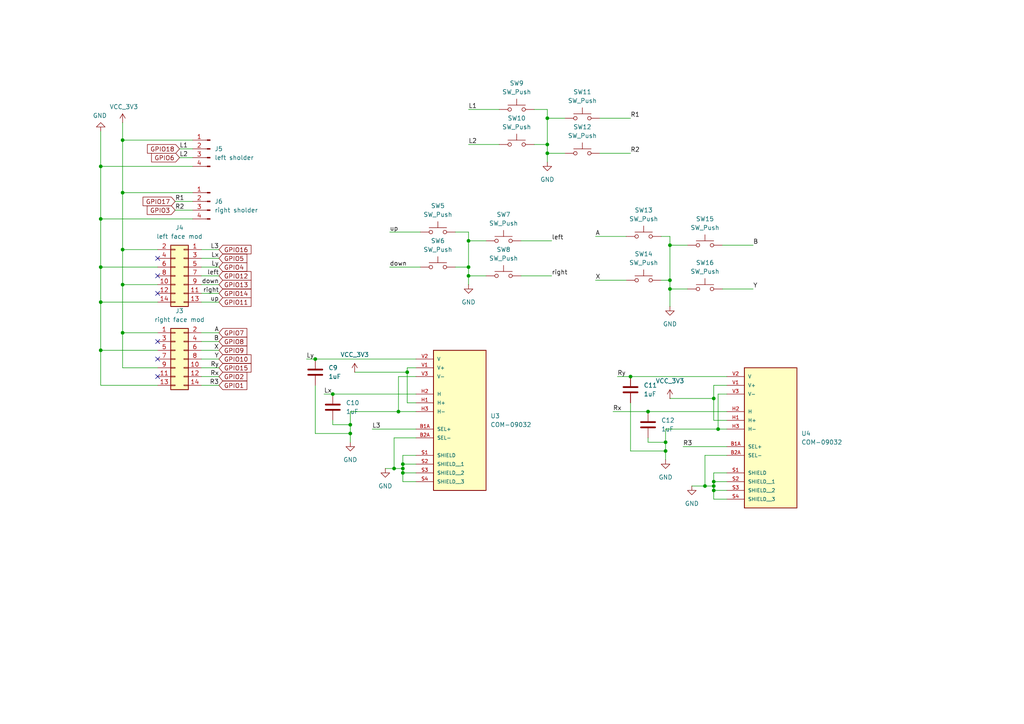
<source format=kicad_sch>
(kicad_sch (version 20250114) (generator "eeschema") (generator_version "9.0")
  (paper "A4")
  (lib_symbols
    (symbol "COM-09032:Joystick-09032" (pin_names (offset 1.016))
      (property "Reference" "U" (at -7.62 16.002 0))
      (property "Value" "COM-09032" (at -7.62 -27.94 0))
      (symbol "Joystick-09032_0_0"
        (rectangle (start -7.62 -25.4) (end 7.62 15.24) (stroke (width 0.254)) (fill (type background)))
        (pin passive line (at -12.7 12.7 0) (length 5.08) (name "V") (number "V2"))
        (pin passive line (at -12.7 10.16 0) (length 5.08) (name "V+") (number "V1"))
        (pin passive line (at -12.7 7.62 0) (length 5.08) (name "V-") (number "V3"))
        (pin passive line (at -12.7 2.54 0) (length 5.08) (name "H") (number "H2"))
        (pin passive line (at -12.7 0 0) (length 5.08) (name "H+") (number "H1"))
        (pin passive line (at -12.7 -2.54 0) (length 5.08) (name "H-") (number "H3"))
        (pin passive line (at -12.7 -7.62 0) (length 5.08) (name "SEL+") (number "B1A"))
        (pin passive line (at -12.7 -10.16 0) (length 5.08) (name "SEL-") (number "B2A"))
        (pin passive line (at -12.7 -15.24 0) (length 5.08) (name "SHIELD") (number "S1"))
        (pin passive line (at -12.7 -17.78 0) (length 5.08) (name "SHIELD__1") (number "S2"))
        (pin passive line (at -12.7 -20.32 0) (length 5.08) (name "SHIELD__2") (number "S3"))
        (pin passive line (at -12.7 -22.86 0) (length 5.08) (name "SHIELD__3") (number "S4"))
      )
    )
    (symbol "Connector:Conn_01x04_Pin" (pin_names (offset 1.016) (hide yes))
      (property "Reference" "J" (at 0 5.08 0))
      (property "Value" "Conn_01x04_Pin" (at 0 -7.62 0))
      (symbol "Conn_01x04_Pin_1_1"
        (rectangle (start 0.8636 2.667) (end 0 2.413) (stroke (width 0.1524)) (fill (type outline)))
        (rectangle (start 0.8636 0.127) (end 0 -0.127) (stroke (width 0.1524)) (fill (type outline)))
        (rectangle (start 0.8636 -2.413) (end 0 -2.667) (stroke (width 0.1524)) (fill (type outline)))
        (rectangle (start 0.8636 -4.953) (end 0 -5.207) (stroke (width 0.1524)) (fill (type outline)))
        (polyline (pts (xy 1.27 2.54) (xy 0.8636 2.54)) (stroke (width 0.1524)))
        (polyline (pts (xy 1.27 0) (xy 0.8636 0)) (stroke (width 0.1524)))
        (polyline (pts (xy 1.27 -2.54) (xy 0.8636 -2.54)) (stroke (width 0.1524)))
        (polyline (pts (xy 1.27 -5.08) (xy 0.8636 -5.08)) (stroke (width 0.1524)))
        (pin passive line (at 5.08 2.54 180) (length 3.81) (name "Pin_1") (number "1"))
        (pin passive line (at 5.08 0 180) (length 3.81) (name "Pin_2") (number "2"))
        (pin passive line (at 5.08 -2.54 180) (length 3.81) (name "Pin_3") (number "3"))
        (pin passive line (at 5.08 -5.08 180) (length 3.81) (name "Pin_4") (number "4"))
      )
    )
    (symbol "Connector_Generic:Conn_02x07_Odd_Even" (pin_names (offset 1.016) (hide yes))
      (property "Reference" "J" (at 1.27 10.16 0))
      (property "Value" "Conn_02x07_Odd_Even" (at 1.27 -10.16 0))
      (symbol "Conn_02x07_Odd_Even_1_1"
        (rectangle (start -1.27 8.89) (end 3.81 -8.89) (stroke (width 0.254)) (fill (type background)))
        (rectangle (start -1.27 7.747) (end 0 7.493) (stroke (width 0.1524)))
        (rectangle (start -1.27 5.207) (end 0 4.953) (stroke (width 0.1524)))
        (rectangle (start -1.27 2.667) (end 0 2.413) (stroke (width 0.1524)))
        (rectangle (start -1.27 0.127) (end 0 -0.127) (stroke (width 0.1524)))
        (rectangle (start -1.27 -2.413) (end 0 -2.667) (stroke (width 0.1524)))
        (rectangle (start -1.27 -4.953) (end 0 -5.207) (stroke (width 0.1524)))
        (rectangle (start -1.27 -7.493) (end 0 -7.747) (stroke (width 0.1524)))
        (rectangle (start 3.81 7.747) (end 2.54 7.493) (stroke (width 0.1524)))
        (rectangle (start 3.81 5.207) (end 2.54 4.953) (stroke (width 0.1524)))
        (rectangle (start 3.81 2.667) (end 2.54 2.413) (stroke (width 0.1524)))
        (rectangle (start 3.81 0.127) (end 2.54 -0.127) (stroke (width 0.1524)))
        (rectangle (start 3.81 -2.413) (end 2.54 -2.667) (stroke (width 0.1524)))
        (rectangle (start 3.81 -4.953) (end 2.54 -5.207) (stroke (width 0.1524)))
        (rectangle (start 3.81 -7.493) (end 2.54 -7.747) (stroke (width 0.1524)))
        (pin passive line (at -5.08 7.62 0) (length 3.81) (name "Pin_1") (number "1"))
        (pin passive line (at -5.08 5.08 0) (length 3.81) (name "Pin_3") (number "3"))
        (pin passive line (at -5.08 2.54 0) (length 3.81) (name "Pin_5") (number "5"))
        (pin passive line (at -5.08 0 0) (length 3.81) (name "Pin_7") (number "7"))
        (pin passive line (at -5.08 -2.54 0) (length 3.81) (name "Pin_9") (number "9"))
        (pin passive line (at -5.08 -5.08 0) (length 3.81) (name "Pin_11") (number "11"))
        (pin passive line (at -5.08 -7.62 0) (length 3.81) (name "Pin_13") (number "13"))
        (pin passive line (at 7.62 7.62 180) (length 3.81) (name "Pin_2") (number "2"))
        (pin passive line (at 7.62 5.08 180) (length 3.81) (name "Pin_4") (number "4"))
        (pin passive line (at 7.62 2.54 180) (length 3.81) (name "Pin_6") (number "6"))
        (pin passive line (at 7.62 0 180) (length 3.81) (name "Pin_8") (number "8"))
        (pin passive line (at 7.62 -2.54 180) (length 3.81) (name "Pin_10") (number "10"))
        (pin passive line (at 7.62 -5.08 180) (length 3.81) (name "Pin_12") (number "12"))
        (pin passive line (at 7.62 -7.62 180) (length 3.81) (name "Pin_14") (number "14"))
      )
    )
    (symbol "Device:C" (pin_numbers (hide yes)) (pin_names (offset 0.254))
      (property "Reference" "C" (at 0.635 2.54 0))
      (property "Value" "C" (at 0.635 -2.54 0))
      (symbol "C_0_1"
        (polyline (pts (xy -2.032 0.762) (xy 2.032 0.762)) (stroke (width 0.508)))
        (polyline (pts (xy -2.032 -0.762) (xy 2.032 -0.762)) (stroke (width 0.508)))
      )
      (symbol "C_1_1"
        (pin passive line (at 0 3.81 270) (length 2.794) (name "~") (number "1"))
        (pin passive line (at 0 -3.81 90) (length 2.794) (name "~") (number "2"))
      )
    )
    (symbol "Switch:SW_Push" (pin_numbers (hide yes)) (pin_names (offset 1.016) (hide yes))
      (property "Reference" "SW" (at 1.27 2.54 0))
      (property "Value" "SW_Push" (at 0 -1.524 0))
      (symbol "SW_Push_0_1"
        (circle (center -2.032 0) (radius 0.508))
        (polyline (pts (xy 0 1.27) (xy 0 3.048)))
        (circle (center 2.032 0) (radius 0.508))
        (polyline (pts (xy 2.54 1.27) (xy -2.54 1.27)))
        (pin passive line (at -5.08 0 0) (length 2.54) (name "1") (number "1"))
        (pin passive line (at 5.08 0 180) (length 2.54) (name "2") (number "2"))
      )
    )
    (symbol "power:+3.3V" (power) (pin_numbers (hide yes)) (pin_names (offset 0) (hide yes))
      (property "Value" "+3.3V" (at 0 3.556 0))
      (symbol "+3.3V_0_1"
        (polyline (pts (xy -0.762 1.27) (xy 0 2.54)))
        (polyline (pts (xy 0 2.54) (xy 0.762 1.27)))
        (polyline (pts (xy 0 0) (xy 0 2.54)))
      )
      (symbol "+3.3V_1_1"
        (pin power_in line (at 0 0 90) (length 0) (name "~") (number "1"))
      )
    )
    (symbol "power:+3V3" (power) (pin_numbers (hide yes)) (pin_names (offset 0) (hide yes))
      (property "Value" "+3V3" (at 0 3.556 0))
      (symbol "+3V3_0_1"
        (polyline (pts (xy -0.762 1.27) (xy 0 2.54)))
        (polyline (pts (xy 0 2.54) (xy 0.762 1.27)))
        (polyline (pts (xy 0 0) (xy 0 2.54)))
      )
      (symbol "+3V3_1_1"
        (pin power_in line (at 0 0 90) (length 0) (name "~") (number "1"))
      )
    )
    (symbol "power:GND" (power) (pin_numbers (hide yes)) (pin_names (offset 0) (hide yes))
      (property "Value" "GND" (at 0 -3.81 0))
      (symbol "GND_0_1"
        (polyline (pts (xy 0 0) (xy 0 -1.27) (xy 1.27 -1.27) (xy 0 -2.54) (xy -1.27 -1.27) (xy 0 -1.27)))
      )
      (symbol "GND_1_1"
        (pin power_in line (at 0 0 270) (length 0) (name "~") (number "1"))
      )
    )
  )
  (junction (at 35.56 55.88))
  (junction (at 29.21 87.63))
  (junction (at 29.21 63.5))
  (junction (at 158.75 41.91))
  (junction (at 158.75 34.29))
  (junction (at 207.01 142.24))
  (junction (at 182.88 109.22))
  (junction (at 29.21 101.6))
  (junction (at 35.56 72.39))
  (junction (at 194.31 83.82))
  (junction (at 35.56 40.64))
  (junction (at 187.96 119.38))
  (junction (at 135.89 69.85))
  (junction (at 29.21 77.47))
  (junction (at 35.56 82.55))
  (junction (at 118.11 107.95))
  (junction (at 35.56 96.52))
  (junction (at 91.44 104.14))
  (junction (at 208.28 124.46))
  (junction (at 116.84 137.16))
  (junction (at 207.01 115.57))
  (junction (at 101.6 125.73))
  (junction (at 158.75 44.45))
  (junction (at 204.47 140.97))
  (junction (at 194.31 81.28))
  (junction (at 135.89 80.01))
  (junction (at 193.04 130.81))
  (junction (at 207.01 140.97))
  (junction (at 135.89 77.47))
  (junction (at 193.04 128.27))
  (junction (at 29.21 48.26))
  (junction (at 194.31 71.12))
  (junction (at 116.84 134.62))
  (junction (at 114.3 135.89))
  (junction (at 101.6 123.19))
  (junction (at 116.84 135.89))
  (junction (at 115.57 119.38))
  (junction (at 207.01 139.7))
  (junction (at 96.52 114.3))
  (no_connect (at 45.72 109.22))
  (no_connect (at 45.72 99.06))
  (no_connect (at 45.72 74.93))
  (no_connect (at 45.72 104.14))
  (no_connect (at 45.72 85.09))
  (no_connect (at 45.72 80.01))
  (wire (pts (xy 120.65 116.84) (xy 118.11 116.84)))
  (wire (pts (xy 177.8 119.38) (xy 187.96 119.38)))
  (wire (pts (xy 135.89 31.75) (xy 144.78 31.75)))
  (wire (pts (xy 91.44 125.73) (xy 101.6 125.73)))
  (wire (pts (xy 194.31 83.82) (xy 194.31 88.9)))
  (wire (pts (xy 194.31 68.58) (xy 194.31 71.12)))
  (wire (pts (xy 193.04 130.81) (xy 193.04 133.35)))
  (wire (pts (xy 58.42 77.47) (xy 63.5 77.47)))
  (wire (pts (xy 151.13 69.85) (xy 160.02 69.85)))
  (wire (pts (xy 91.44 104.14) (xy 120.65 104.14)))
  (wire (pts (xy 58.42 80.01) (xy 63.5 80.01)))
  (wire (pts (xy 210.82 132.08) (xy 204.47 132.08)))
  (wire (pts (xy 194.31 81.28) (xy 194.31 83.82)))
  (wire (pts (xy 55.88 48.26) (xy 29.21 48.26)))
  (wire (pts (xy 135.89 67.31) (xy 135.89 69.85)))
  (wire (pts (xy 135.89 41.91) (xy 144.78 41.91)))
  (wire (pts (xy 114.3 127) (xy 114.3 135.89)))
  (wire (pts (xy 210.82 137.16) (xy 207.01 137.16)))
  (wire (pts (xy 158.75 31.75) (xy 158.75 34.29)))
  (wire (pts (xy 207.01 137.16) (xy 207.01 139.7)))
  (wire (pts (xy 193.04 124.46) (xy 208.28 124.46)))
  (wire (pts (xy 194.31 115.57) (xy 207.01 115.57)))
  (wire (pts (xy 88.9 104.14) (xy 91.44 104.14)))
  (wire (pts (xy 200.66 140.97) (xy 204.47 140.97)))
  (wire (pts (xy 58.42 87.63) (xy 63.5 87.63)))
  (wire (pts (xy 135.89 80.01) (xy 140.97 80.01)))
  (wire (pts (xy 207.01 144.78) (xy 210.82 144.78)))
  (wire (pts (xy 187.96 128.27) (xy 187.96 127)))
  (wire (pts (xy 120.65 132.08) (xy 116.84 132.08)))
  (wire (pts (xy 45.72 72.39) (xy 35.56 72.39)))
  (wire (pts (xy 45.72 96.52) (xy 35.56 96.52)))
  (wire (pts (xy 182.88 130.81) (xy 193.04 130.81)))
  (wire (pts (xy 154.94 31.75) (xy 158.75 31.75)))
  (wire (pts (xy 29.21 38.1) (xy 29.21 48.26)))
  (wire (pts (xy 29.21 48.26) (xy 29.21 63.5)))
  (wire (pts (xy 29.21 111.76) (xy 45.72 111.76)))
  (wire (pts (xy 132.08 67.31) (xy 135.89 67.31)))
  (wire (pts (xy 96.52 114.3) (xy 120.65 114.3)))
  (wire (pts (xy 115.57 109.22) (xy 115.57 119.38)))
  (wire (pts (xy 208.28 114.3) (xy 208.28 124.46)))
  (wire (pts (xy 107.95 124.46) (xy 120.65 124.46)))
  (wire (pts (xy 140.97 69.85) (xy 135.89 69.85)))
  (wire (pts (xy 210.82 121.92) (xy 207.01 121.92)))
  (wire (pts (xy 116.84 135.89) (xy 116.84 137.16)))
  (wire (pts (xy 172.72 68.58) (xy 181.61 68.58)))
  (wire (pts (xy 91.44 111.76) (xy 91.44 125.73)))
  (wire (pts (xy 93.98 114.3) (xy 96.52 114.3)))
  (wire (pts (xy 158.75 34.29) (xy 163.83 34.29)))
  (wire (pts (xy 35.56 72.39) (xy 35.56 82.55)))
  (wire (pts (xy 29.21 63.5) (xy 29.21 77.47)))
  (wire (pts (xy 194.31 83.82) (xy 199.39 83.82)))
  (wire (pts (xy 194.31 81.28) (xy 191.77 81.28)))
  (wire (pts (xy 102.87 107.95) (xy 118.11 107.95)))
  (wire (pts (xy 209.55 83.82) (xy 218.44 83.82)))
  (wire (pts (xy 29.21 87.63) (xy 29.21 101.6)))
  (wire (pts (xy 58.42 82.55) (xy 63.5 82.55)))
  (wire (pts (xy 207.01 142.24) (xy 210.82 142.24)))
  (wire (pts (xy 132.08 77.47) (xy 135.89 77.47)))
  (wire (pts (xy 207.01 115.57) (xy 207.01 111.76)))
  (wire (pts (xy 50.8 58.42) (xy 55.88 58.42)))
  (wire (pts (xy 116.84 132.08) (xy 116.84 134.62)))
  (wire (pts (xy 58.42 106.68) (xy 63.5 106.68)))
  (wire (pts (xy 115.57 119.38) (xy 120.65 119.38)))
  (wire (pts (xy 154.94 41.91) (xy 158.75 41.91)))
  (wire (pts (xy 194.31 71.12) (xy 194.31 81.28)))
  (wire (pts (xy 45.72 101.6) (xy 29.21 101.6)))
  (wire (pts (xy 207.01 139.7) (xy 207.01 140.97)))
  (wire (pts (xy 35.56 96.52) (xy 35.56 82.55)))
  (wire (pts (xy 204.47 132.08) (xy 204.47 140.97)))
  (wire (pts (xy 45.72 82.55) (xy 35.56 82.55)))
  (wire (pts (xy 55.88 55.88) (xy 35.56 55.88)))
  (wire (pts (xy 101.6 125.73) (xy 101.6 128.27)))
  (wire (pts (xy 101.6 123.19) (xy 101.6 125.73)))
  (wire (pts (xy 193.04 124.46) (xy 193.04 128.27)))
  (wire (pts (xy 58.42 101.6) (xy 63.5 101.6)))
  (wire (pts (xy 158.75 44.45) (xy 163.83 44.45)))
  (wire (pts (xy 118.11 107.95) (xy 118.11 106.68)))
  (wire (pts (xy 29.21 77.47) (xy 29.21 87.63)))
  (wire (pts (xy 207.01 139.7) (xy 210.82 139.7)))
  (wire (pts (xy 118.11 116.84) (xy 118.11 107.95)))
  (wire (pts (xy 193.04 128.27) (xy 193.04 130.81)))
  (wire (pts (xy 207.01 121.92) (xy 207.01 115.57)))
  (wire (pts (xy 101.6 119.38) (xy 101.6 123.19)))
  (wire (pts (xy 182.88 109.22) (xy 210.82 109.22)))
  (wire (pts (xy 158.75 44.45) (xy 158.75 46.99)))
  (wire (pts (xy 58.42 85.09) (xy 63.5 85.09)))
  (wire (pts (xy 120.65 109.22) (xy 115.57 109.22)))
  (wire (pts (xy 158.75 34.29) (xy 158.75 41.91)))
  (wire (pts (xy 58.42 74.93) (xy 63.5 74.93)))
  (wire (pts (xy 58.42 72.39) (xy 63.5 72.39)))
  (wire (pts (xy 116.84 134.62) (xy 120.65 134.62)))
  (wire (pts (xy 204.47 140.97) (xy 207.01 140.97)))
  (wire (pts (xy 113.03 77.47) (xy 121.92 77.47)))
  (wire (pts (xy 209.55 71.12) (xy 218.44 71.12)))
  (wire (pts (xy 35.56 55.88) (xy 35.56 72.39)))
  (wire (pts (xy 198.12 129.54) (xy 210.82 129.54)))
  (wire (pts (xy 58.42 104.14) (xy 63.5 104.14)))
  (wire (pts (xy 116.84 134.62) (xy 116.84 135.89)))
  (wire (pts (xy 207.01 111.76) (xy 210.82 111.76)))
  (wire (pts (xy 173.99 34.29) (xy 182.88 34.29)))
  (wire (pts (xy 182.88 116.84) (xy 182.88 130.81)))
  (wire (pts (xy 45.72 77.47) (xy 29.21 77.47)))
  (wire (pts (xy 50.8 60.96) (xy 55.88 60.96)))
  (wire (pts (xy 207.01 142.24) (xy 207.01 144.78)))
  (wire (pts (xy 55.88 63.5) (xy 29.21 63.5)))
  (wire (pts (xy 58.42 96.52) (xy 63.5 96.52)))
  (wire (pts (xy 29.21 101.6) (xy 29.21 111.76)))
  (wire (pts (xy 116.84 139.7) (xy 120.65 139.7)))
  (wire (pts (xy 45.72 87.63) (xy 29.21 87.63)))
  (wire (pts (xy 58.42 99.06) (xy 63.5 99.06)))
  (wire (pts (xy 210.82 114.3) (xy 208.28 114.3)))
  (wire (pts (xy 58.42 109.22) (xy 63.5 109.22)))
  (wire (pts (xy 116.84 137.16) (xy 116.84 139.7)))
  (wire (pts (xy 55.88 45.72) (xy 52.07 45.72)))
  (wire (pts (xy 96.52 123.19) (xy 96.52 121.92)))
  (wire (pts (xy 135.89 80.01) (xy 135.89 82.55)))
  (wire (pts (xy 52.07 43.18) (xy 55.88 43.18)))
  (wire (pts (xy 172.72 81.28) (xy 181.61 81.28)))
  (wire (pts (xy 179.07 109.22) (xy 182.88 109.22)))
  (wire (pts (xy 35.56 40.64) (xy 35.56 55.88)))
  (wire (pts (xy 45.72 106.68) (xy 35.56 106.68)))
  (wire (pts (xy 187.96 128.27) (xy 193.04 128.27)))
  (wire (pts (xy 35.56 35.56) (xy 35.56 40.64)))
  (wire (pts (xy 114.3 135.89) (xy 116.84 135.89)))
  (wire (pts (xy 135.89 77.47) (xy 135.89 80.01)))
  (wire (pts (xy 118.11 106.68) (xy 120.65 106.68)))
  (wire (pts (xy 113.03 67.31) (xy 121.92 67.31)))
  (wire (pts (xy 35.56 40.64) (xy 55.88 40.64)))
  (wire (pts (xy 191.77 68.58) (xy 194.31 68.58)))
  (wire (pts (xy 207.01 140.97) (xy 207.01 142.24)))
  (wire (pts (xy 120.65 127) (xy 114.3 127)))
  (wire (pts (xy 158.75 41.91) (xy 158.75 44.45)))
  (wire (pts (xy 96.52 123.19) (xy 101.6 123.19)))
  (wire (pts (xy 187.96 119.38) (xy 210.82 119.38)))
  (wire (pts (xy 111.76 135.89) (xy 114.3 135.89)))
  (wire (pts (xy 58.42 111.76) (xy 63.5 111.76)))
  (wire (pts (xy 151.13 80.01) (xy 160.02 80.01)))
  (wire (pts (xy 135.89 69.85) (xy 135.89 77.47)))
  (wire (pts (xy 194.31 71.12) (xy 199.39 71.12)))
  (wire (pts (xy 208.28 124.46) (xy 210.82 124.46)))
  (wire (pts (xy 35.56 106.68) (xy 35.56 96.52)))
  (wire (pts (xy 173.99 44.45) (xy 182.88 44.45)))
  (wire (pts (xy 101.6 119.38) (xy 115.57 119.38)))
  (wire (pts (xy 116.84 137.16) (xy 120.65 137.16)))
  (label "up" (at 63.5 87.63 180))
  (label "Ry" (at 63.5 106.68 180))
  (label "B" (at 218.44 71.12 0))
  (label "L3" (at 107.95 124.46 0))
  (label "B" (at 63.5 99.06 180))
  (label "Ry" (at 179.07 109.22 0))
  (label "right" (at 63.5 85.09 180))
  (label "Y" (at 218.44 83.82 0))
  (label "L1" (at 135.89 31.75 0))
  (label "R3" (at 63.5 111.76 180))
  (label "A" (at 172.72 68.58 0))
  (label "Rx" (at 177.8 119.38 0))
  (label "A" (at 63.5 96.52 180))
  (label "R1" (at 182.88 34.29 0))
  (label "L1" (at 52.07 43.18 0))
  (label "Lx" (at 93.98 114.3 0))
  (label "L3" (at 63.5 72.39 180))
  (label "Lx" (at 63.5 74.93 180))
  (label "R1" (at 50.8 58.42 0))
  (label "left" (at 63.5 80.01 180))
  (label "L2" (at 52.07 45.72 0))
  (label "Rx" (at 63.5 109.22 180))
  (label "down" (at 63.5 82.55 180))
  (label "L2" (at 135.89 41.91 0))
  (label "Y" (at 63.5 104.14 180))
  (label "R2" (at 50.8 60.96 0))
  (label "R2" (at 182.88 44.45 0))
  (label "R3" (at 198.12 129.54 0))
  (label "up" (at 113.03 67.31 0))
  (label "down" (at 113.03 77.47 0))
  (label "Ly" (at 88.9 104.14 0))
  (label "Ly" (at 63.5 77.47 180))
  (label "right" (at 160.02 80.01 0))
  (label "X" (at 63.5 101.6 180))
  (label "left" (at 160.02 69.85 0))
  (label "X" (at 172.72 81.28 0))
  (global_label "GPIO14" (shape input) (at 63.5 85.09 0) (property "Intersheetrefs" "${INTERSHEET_REFS}" (effects (hide yes))))
  (global_label "GPIO15" (shape input) (at 63.5 106.68 0) (property "Intersheetrefs" "${INTERSHEET_REFS}" (effects (hide yes))))
  (global_label "GPIO4" (shape input) (at 63.5 77.47 0) (property "Intersheetrefs" "${INTERSHEET_REFS}" (effects (hide yes))))
  (global_label "GPIO1" (shape input) (at 63.5 111.76 0) (property "Intersheetrefs" "${INTERSHEET_REFS}" (effects (hide yes))))
  (global_label "GPIO2" (shape input) (at 63.5 109.22 0) (property "Intersheetrefs" "${INTERSHEET_REFS}" (effects (hide yes))))
  (global_label "GPIO3" (shape input) (at 50.8 60.96 180) (property "Intersheetrefs" "${INTERSHEET_REFS}" (effects (hide yes))))
  (global_label "GPIO17" (shape input) (at 50.8 58.42 180) (property "Intersheetrefs" "${INTERSHEET_REFS}" (effects (hide yes))))
  (global_label "GPIO7" (shape input) (at 63.5 96.52 0) (property "Intersheetrefs" "${INTERSHEET_REFS}" (effects (hide yes))))
  (global_label "GPIO18" (shape input) (at 52.07 43.18 180) (property "Intersheetrefs" "${INTERSHEET_REFS}" (effects (hide yes))))
  (global_label "GPIO11" (shape input) (at 63.5 87.63 0) (property "Intersheetrefs" "${INTERSHEET_REFS}" (effects (hide yes))))
  (global_label "GPIO6" (shape input) (at 52.07 45.72 180) (property "Intersheetrefs" "${INTERSHEET_REFS}" (effects (hide yes))))
  (global_label "GPIO16" (shape input) (at 63.5 72.39 0) (property "Intersheetrefs" "${INTERSHEET_REFS}" (effects (hide yes))))
  (global_label "GPIO9" (shape input) (at 63.5 101.6 0) (property "Intersheetrefs" "${INTERSHEET_REFS}" (effects (hide yes))))
  (global_label "GPIO10" (shape input) (at 63.5 104.14 0) (property "Intersheetrefs" "${INTERSHEET_REFS}" (effects (hide yes))))
  (global_label "GPIO5" (shape input) (at 63.5 74.93 0) (property "Intersheetrefs" "${INTERSHEET_REFS}" (effects (hide yes))))
  (global_label "GPIO13" (shape input) (at 63.5 82.55 0) (property "Intersheetrefs" "${INTERSHEET_REFS}" (effects (hide yes))))
  (global_label "GPIO12" (shape input) (at 63.5 80.01 0) (property "Intersheetrefs" "${INTERSHEET_REFS}" (effects (hide yes))))
  (global_label "GPIO8" (shape input) (at 63.5 99.06 0) (property "Intersheetrefs" "${INTERSHEET_REFS}" (effects (hide yes))))
  (symbol (lib_id "Switch:SW_Push") (at 186.69 68.58 0) (unit 1)
    (property "Reference" "SW13" (at 186.69 60.96 0))
    (property "Value" "SW_Push" (at 186.69 63.5 0))
    (property "Footprint" "Button_Switch_THT:SW_PUSH_6mm" (effects (hide yes)))
    (property "Description" "Push button switch, generic, two pins" (effects (hide yes)))
  )
  (symbol (lib_id "Switch:SW_Push") (at 127 77.47 0) (unit 1)
    (property "Reference" "SW6" (at 127 69.85 0))
    (property "Value" "SW_Push" (at 127 72.39 0))
    (property "Footprint" "Button_Switch_THT:SW_PUSH_6mm" (effects (hide yes)))
    (property "Description" "Push button switch, generic, two pins" (effects (hide yes)))
  )
  (symbol (lib_id "power:GND") (at 200.66 140.97 0) (unit 1)
    (property "Reference" "#PWR034" (effects (hide yes)))
    (property "Value" "GND" (at 200.66 146.05 0))
    (property "Description" "Power symbol creates a global label with name \"GND\" , ground" (effects (hide yes)))
  )
  (symbol (lib_id "power:GND") (at 194.31 88.9 0) (unit 1)
    (property "Reference" "#PWR032" (effects (hide yes)))
    (property "Value" "GND" (at 194.31 93.98 0))
    (property "Description" "Power symbol creates a global label with name \"GND\" , ground" (effects (hide yes)))
  )
  (symbol (lib_id "Switch:SW_Push") (at 186.69 81.28 0) (unit 1)
    (property "Reference" "SW14" (at 186.69 73.66 0))
    (property "Value" "SW_Push" (at 186.69 76.2 0))
    (property "Footprint" "Button_Switch_THT:SW_PUSH_6mm" (effects (hide yes)))
    (property "Description" "Push button switch, generic, two pins" (effects (hide yes)))
  )
  (symbol (lib_id "power:GND") (at 135.89 82.55 0) (unit 1)
    (property "Reference" "#PWR029" (effects (hide yes)))
    (property "Value" "GND" (at 135.89 87.63 0))
    (property "Description" "Power symbol creates a global label with name \"GND\" , ground" (effects (hide yes)))
  )
  (symbol (lib_id "Switch:SW_Push") (at 168.91 44.45 0) (unit 1)
    (property "Reference" "SW12" (at 168.91 36.83 0))
    (property "Value" "SW_Push" (at 168.91 39.37 0))
    (property "Footprint" "Button_Switch_THT:SW_PUSH_6mm" (effects (hide yes)))
    (property "Description" "Push button switch, generic, two pins" (effects (hide yes)))
  )
  (symbol (lib_id "Switch:SW_Push") (at 204.47 83.82 0) (unit 1)
    (property "Reference" "SW16" (at 204.47 76.2 0))
    (property "Value" "SW_Push" (at 204.47 78.74 0))
    (property "Footprint" "Button_Switch_THT:SW_PUSH_6mm" (effects (hide yes)))
    (property "Description" "Push button switch, generic, two pins" (effects (hide yes)))
  )
  (symbol (lib_id "power:+3.3V") (at 102.87 107.95 0) (unit 1)
    (property "Reference" "#PWR027" (effects (hide yes)))
    (property "Value" "VCC_3V3" (at 102.87 102.87 0))
    (property "Description" "Power symbol creates a global label with name \"+3.3V\"" (effects (hide yes)))
  )
  (symbol (lib_id "power:+3V3") (at 35.56 35.56 0) (unit 1)
    (property "Reference" "#PWR025" (effects (hide yes)))
    (property "Value" "VCC_3V3" (at 31.75 30.988 0) (effects (justify left)))
    (property "Description" "Power symbol creates a global label with name \"+3V3\"" (effects (hide yes)))
  )
  (symbol (lib_id "Switch:SW_Push") (at 149.86 31.75 0) (unit 1)
    (property "Reference" "SW9" (at 149.86 24.13 0))
    (property "Value" "SW_Push" (at 149.86 26.67 0))
    (property "Footprint" "Button_Switch_THT:SW_PUSH_6mm" (effects (hide yes)))
    (property "Description" "Push button switch, generic, two pins" (effects (hide yes)))
  )
  (symbol (lib_id "Switch:SW_Push") (at 127 67.31 0) (unit 1)
    (property "Reference" "SW5" (at 127 59.69 0))
    (property "Value" "SW_Push" (at 127 62.23 0))
    (property "Footprint" "Button_Switch_THT:SW_PUSH_6mm" (effects (hide yes)))
    (property "Description" "Push button switch, generic, two pins" (effects (hide yes)))
  )
  (symbol (lib_id "power:+3.3V") (at 194.31 115.57 0) (unit 1)
    (property "Reference" "#PWR033" (effects (hide yes)))
    (property "Value" "VCC_3V3" (at 194.31 110.49 0))
    (property "Description" "Power symbol creates a global label with name \"+3.3V\"" (effects (hide yes)))
  )
  (symbol (lib_id "Device:C") (at 91.44 107.95 0) (unit 1)
    (property "Reference" "C9" (at 95.25 106.6799 0) (effects (justify left)))
    (property "Value" "1uF" (at 95.25 109.2199 0) (effects (justify left)))
    (property "Footprint" "Capacitor_SMD:C_0603_1608Metric_Pad1.08x0.95mm_HandSolder" (effects (hide yes)))
    (property "Description" "Unpolarized capacitor" (effects (hide yes)))
  )
  (symbol (lib_id "Device:C") (at 96.52 118.11 0) (unit 1)
    (property "Reference" "C10" (at 100.33 116.8399 0) (effects (justify left)))
    (property "Value" "1uF" (at 100.33 119.3799 0) (effects (justify left)))
    (property "Footprint" "Capacitor_SMD:C_0603_1608Metric_Pad1.08x0.95mm_HandSolder" (effects (hide yes)))
    (property "Description" "Unpolarized capacitor" (effects (hide yes)))
  )
  (symbol (lib_id "power:GND") (at 101.6 128.27 0) (unit 1)
    (property "Reference" "#PWR026" (effects (hide yes)))
    (property "Value" "GND" (at 101.6 133.35 0))
    (property "Description" "Power symbol creates a global label with name \"GND\" , ground" (effects (hide yes)))
  )
  (symbol (lib_id "Connector_Generic:Conn_02x07_Odd_Even") (at 50.8 104.14 0) (unit 1) (on_board no)
    (property "Reference" "J3" (at 52.07 90.17 0))
    (property "Value" "right face mod" (at 52.07 92.71 0))
    (property "Footprint" "Connector_PinHeader_1.27mm:PinHeader_2x07_P1.27mm_Vertical" (effects (hide yes)))
    (property "Description" "Generic connector, double row, 02x07, odd/even pin numbering scheme (row 1 odd numbers, row 2 even numbers), script generated (kicad-library-utils/schlib/autogen/connector/)" (effects (hide yes)))
  )
  (symbol (lib_id "Connector:Conn_01x04_Pin") (at 60.96 43.18 0) (mirror y) (unit 1) (on_board no)
    (property "Reference" "J5" (at 62.23 43.1799 0) (effects (justify right)))
    (property "Value" "left sholder" (at 62.23 45.7199 0) (effects (justify right)))
    (property "Footprint" "Connector_PinHeader_1.27mm:PinHeader_1x04_P1.27mm_Vertical" (effects (hide yes)))
    (property "Description" "Generic connector, single row, 01x04, script generated" (effects (hide yes)))
  )
  (symbol (lib_id "Device:C") (at 187.96 123.19 0) (unit 1)
    (property "Reference" "C12" (at 191.77 121.9199 0) (effects (justify left)))
    (property "Value" "1uF" (at 191.77 124.4599 0) (effects (justify left)))
    (property "Footprint" "Capacitor_SMD:C_0603_1608Metric_Pad1.08x0.95mm_HandSolder" (effects (hide yes)))
    (property "Description" "Unpolarized capacitor" (effects (hide yes)))
  )
  (symbol (lib_id "Switch:SW_Push") (at 204.47 71.12 0) (unit 1)
    (property "Reference" "SW15" (at 204.47 63.5 0))
    (property "Value" "SW_Push" (at 204.47 66.04 0))
    (property "Footprint" "Button_Switch_THT:SW_PUSH_6mm" (effects (hide yes)))
    (property "Description" "Push button switch, generic, two pins" (effects (hide yes)))
  )
  (symbol (lib_id "Connector:Conn_01x04_Pin") (at 60.96 58.42 0) (mirror y) (unit 1) (on_board no)
    (property "Reference" "J6" (at 62.23 58.4199 0) (effects (justify right)))
    (property "Value" "right sholder" (at 62.23 60.9599 0) (effects (justify right)))
    (property "Footprint" "Connector_PinHeader_1.27mm:PinHeader_1x04_P1.27mm_Vertical" (effects (hide yes)))
    (property "Description" "Generic connector, single row, 01x04, script generated" (effects (hide yes)))
  )
  (symbol (lib_id "COM-09032:Joystick-09032") (at 133.35 116.84 0) (unit 1)
    (property "Reference" "U3" (at 142.24 120.6499 0) (effects (justify left)))
    (property "Value" "COM-09032" (at 142.24 123.1899 0) (effects (justify left)))
    (property "Footprint" "COM_09032:XDCR_COM-09032" (effects (hide yes)))
    (property "Datasheet" "https://mm.digikey.com/Volume0/opasdata/d220001/medias/docus/2339/COM-09032_Web.pdf" (effects (hide yes)))
    (property "PARTREV" "N/A" (effects (hide yes)))
    (property "STANDARD" "Manufacturer Recommendations" (effects (hide yes)))
    (property "MAXIMUM_PACKAGE_HEIGHT" "30.1mm" (effects (hide yes)))
    (property "MANUFACTURER" "SparkFun Electronics" (effects (hide yes)))
  )
  (symbol (lib_id "Switch:SW_Push") (at 146.05 80.01 0) (unit 1)
    (property "Reference" "SW8" (at 146.05 72.39 0))
    (property "Value" "SW_Push" (at 146.05 74.93 0))
    (property "Footprint" "Button_Switch_THT:SW_PUSH_6mm" (effects (hide yes)))
    (property "Description" "Push button switch, generic, two pins" (effects (hide yes)))
  )
  (symbol (lib_id "power:GND") (at 158.75 46.99 0) (unit 1)
    (property "Reference" "#PWR030" (effects (hide yes)))
    (property "Value" "GND" (at 158.75 52.07 0))
    (property "Description" "Power symbol creates a global label with name \"GND\" , ground" (effects (hide yes)))
  )
  (symbol (lib_id "Switch:SW_Push") (at 149.86 41.91 0) (unit 1)
    (property "Reference" "SW10" (at 149.86 34.29 0))
    (property "Value" "SW_Push" (at 149.86 36.83 0))
    (property "Footprint" "Button_Switch_THT:SW_PUSH_6mm" (effects (hide yes)))
    (property "Description" "Push button switch, generic, two pins" (effects (hide yes)))
  )
  (symbol (lib_id "Switch:SW_Push") (at 168.91 34.29 0) (unit 1)
    (property "Reference" "SW11" (at 168.91 26.67 0))
    (property "Value" "SW_Push" (at 168.91 29.21 0))
    (property "Footprint" "Button_Switch_THT:SW_PUSH_6mm" (effects (hide yes)))
    (property "Description" "Push button switch, generic, two pins" (effects (hide yes)))
  )
  (symbol (lib_id "Switch:SW_Push") (at 146.05 69.85 0) (unit 1)
    (property "Reference" "SW7" (at 146.05 62.23 0))
    (property "Value" "SW_Push" (at 146.05 64.77 0))
    (property "Footprint" "Button_Switch_THT:SW_PUSH_6mm" (effects (hide yes)))
    (property "Description" "Push button switch, generic, two pins" (effects (hide yes)))
  )
  (symbol (lib_id "Device:C") (at 182.88 113.03 0) (unit 1)
    (property "Reference" "C11" (at 186.69 111.7599 0) (effects (justify left)))
    (property "Value" "1uF" (at 186.69 114.2999 0) (effects (justify left)))
    (property "Footprint" "Capacitor_SMD:C_0603_1608Metric_Pad1.08x0.95mm_HandSolder" (effects (hide yes)))
    (property "Description" "Unpolarized capacitor" (effects (hide yes)))
  )
  (symbol (lib_id "power:GND") (at 193.04 133.35 0) (unit 1)
    (property "Reference" "#PWR031" (effects (hide yes)))
    (property "Value" "GND" (at 193.04 138.43 0))
    (property "Description" "Power symbol creates a global label with name \"GND\" , ground" (effects (hide yes)))
  )
  (symbol (lib_id "COM-09032:Joystick-09032") (at 223.52 121.92 0) (unit 1)
    (property "Reference" "U4" (at 232.41 125.7299 0) (effects (justify left)))
    (property "Value" "COM-09032" (at 232.41 128.2699 0) (effects (justify left)))
    (property "Footprint" "COM_09032:XDCR_COM-09032" (effects (hide yes)))
    (property "Datasheet" "https://mm.digikey.com/Volume0/opasdata/d220001/medias/docus/2339/COM-09032_Web.pdf" (effects (hide yes)))
    (property "PARTREV" "N/A" (effects (hide yes)))
    (property "STANDARD" "Manufacturer Recommendations" (effects (hide yes)))
    (property "MAXIMUM_PACKAGE_HEIGHT" "30.1mm" (effects (hide yes)))
    (property "MANUFACTURER" "SparkFun Electronics" (effects (hide yes)))
  )
  (symbol (lib_id "power:GND") (at 111.76 135.89 0) (unit 1)
    (property "Reference" "#PWR028" (effects (hide yes)))
    (property "Value" "GND" (at 111.76 140.97 0))
    (property "Description" "Power symbol creates a global label with name \"GND\" , ground" (effects (hide yes)))
  )
  (symbol (lib_id "power:GND") (at 29.21 38.1 180) (unit 1)
    (property "Reference" "#PWR024" (effects (hide yes)))
    (property "Value" "GND" (at 28.956 33.528 0))
    (property "Description" "Power symbol creates a global label with name \"GND\" , ground" (effects (hide yes)))
  )
  (symbol (lib_id "Connector_Generic:Conn_02x07_Odd_Even") (at 53.34 80.01 0) (mirror y) (unit 1) (on_board no)
    (property "Reference" "J4" (at 52.07 66.04 0))
    (property "Value" "left face mod" (at 52.07 68.58 0))
    (property "Footprint" "Connector_PinHeader_1.27mm:PinHeader_2x07_P1.27mm_Vertical" (effects (hide yes)))
    (property "Description" "Generic connector, double row, 02x07, odd/even pin numbering scheme (row 1 odd numbers, row 2 even numbers), script generated (kicad-library-utils/schlib/autogen/connector/)" (effects (hide yes)))
  )
)
</source>
